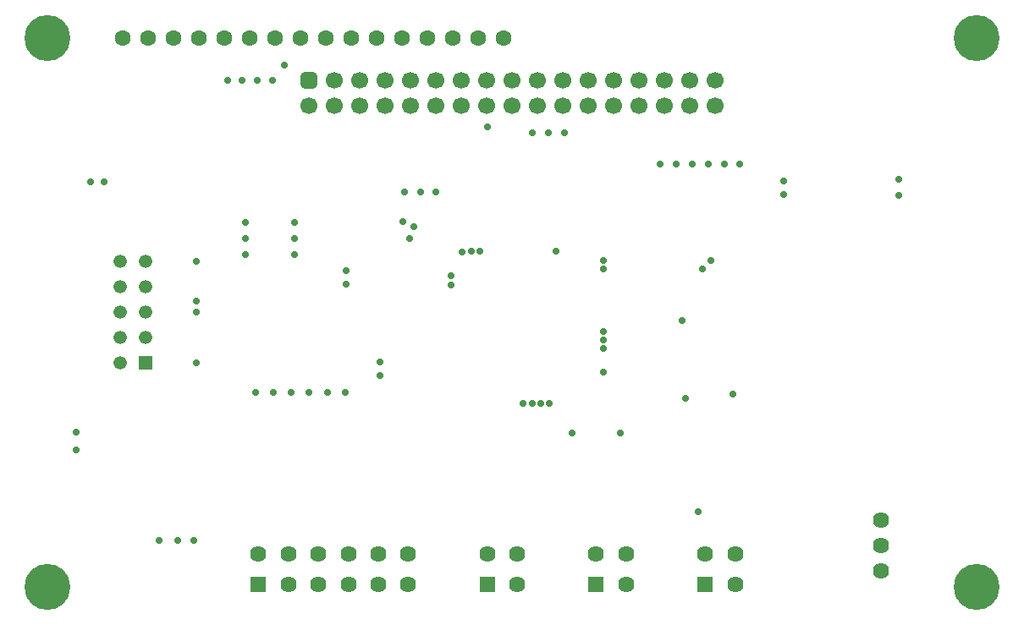
<source format=gbs>
G04*
G04 #@! TF.GenerationSoftware,Altium Limited,Altium Designer,23.8.1 (32)*
G04*
G04 Layer_Color=16711935*
%FSLAX25Y25*%
%MOIN*%
G70*
G04*
G04 #@! TF.SameCoordinates,BF2EEF1A-6A82-4CD2-B880-65E340770DF0*
G04*
G04*
G04 #@! TF.FilePolarity,Negative*
G04*
G01*
G75*
%ADD12C,0.00394*%
%ADD45C,0.18110*%
%ADD46C,0.06693*%
G04:AMPARAMS|DCode=47|XSize=66.93mil|YSize=66.93mil|CornerRadius=17.72mil|HoleSize=0mil|Usage=FLASHONLY|Rotation=0.000|XOffset=0mil|YOffset=0mil|HoleType=Round|Shape=RoundedRectangle|*
%AMROUNDEDRECTD47*
21,1,0.06693,0.03150,0,0,0.0*
21,1,0.03150,0.06693,0,0,0.0*
1,1,0.03543,0.01575,-0.01575*
1,1,0.03543,-0.01575,-0.01575*
1,1,0.03543,-0.01575,0.01575*
1,1,0.03543,0.01575,0.01575*
%
%ADD47ROUNDEDRECTD47*%
%ADD48C,0.14173*%
%ADD49C,0.06299*%
%ADD50C,0.06394*%
%ADD51R,0.06394X0.06394*%
%ADD52C,0.05276*%
%ADD53R,0.05276X0.05276*%
%ADD54C,0.02756*%
D12*
X120472Y65905D02*
D03*
X203150D02*
D03*
X331890D02*
D03*
X296457D02*
D03*
X288976D02*
D03*
X253543D02*
D03*
X246063D02*
D03*
X210630D02*
D03*
D45*
X49213Y265748D02*
D03*
X415354Y49213D02*
D03*
Y265748D02*
D03*
X49213Y49213D02*
D03*
D46*
X252284Y249095D02*
D03*
X242284D02*
D03*
X232283D02*
D03*
X302284Y239094D02*
D03*
X292284D02*
D03*
X282283D02*
D03*
X272284D02*
D03*
X292284Y249095D02*
D03*
X282283D02*
D03*
X272284D02*
D03*
X262283Y239094D02*
D03*
Y249095D02*
D03*
X212283Y239094D02*
D03*
Y249095D02*
D03*
X202284Y239094D02*
D03*
X192283D02*
D03*
X202284Y249095D02*
D03*
X192283D02*
D03*
X182283Y239094D02*
D03*
Y249095D02*
D03*
X172283Y239094D02*
D03*
Y249095D02*
D03*
X162284Y239094D02*
D03*
Y249095D02*
D03*
X222284Y239094D02*
D03*
X232283D02*
D03*
X242284D02*
D03*
X252284D02*
D03*
X152284D02*
D03*
X302284Y249095D02*
D03*
X312283D02*
D03*
Y239094D02*
D03*
X222284Y249095D02*
D03*
D47*
X152284D02*
D03*
D48*
X49213Y265748D02*
D03*
Y49213D02*
D03*
X415354D02*
D03*
Y265748D02*
D03*
D49*
X98740D02*
D03*
X108740D02*
D03*
X118740D02*
D03*
X128740D02*
D03*
X138740D02*
D03*
X148740D02*
D03*
X158740D02*
D03*
X168740D02*
D03*
X178740D02*
D03*
X188740D02*
D03*
X198740D02*
D03*
X208740D02*
D03*
X218740D02*
D03*
X228740D02*
D03*
X78740D02*
D03*
X88740D02*
D03*
D50*
X191339Y50394D02*
D03*
Y62205D02*
D03*
X179528D02*
D03*
Y50394D02*
D03*
X144095D02*
D03*
X155905D02*
D03*
X167717D02*
D03*
X132283Y62205D02*
D03*
X167717D02*
D03*
X155905D02*
D03*
X144095D02*
D03*
X320079D02*
D03*
X308268D02*
D03*
X320079Y50394D02*
D03*
X277165Y62205D02*
D03*
X265354D02*
D03*
X277165Y50394D02*
D03*
X234252Y62205D02*
D03*
X222441D02*
D03*
X234252Y50394D02*
D03*
X377453Y55748D02*
D03*
Y65748D02*
D03*
Y75748D02*
D03*
D51*
X132283Y50394D02*
D03*
X308268D02*
D03*
X265354D02*
D03*
X222441D02*
D03*
D52*
X77953Y147480D02*
D03*
X87953Y167480D02*
D03*
X77953Y177480D02*
D03*
Y137480D02*
D03*
X87953Y147480D02*
D03*
Y157480D02*
D03*
X77953D02*
D03*
Y167480D02*
D03*
X87953Y177480D02*
D03*
D53*
Y137480D02*
D03*
D54*
X222441Y230709D02*
D03*
X249606Y181496D02*
D03*
X252756Y228346D02*
D03*
X246457D02*
D03*
X240158D02*
D03*
X142520Y255118D02*
D03*
X137795Y248819D02*
D03*
X125984D02*
D03*
X120079D02*
D03*
X131890D02*
D03*
X107874Y157480D02*
D03*
Y137480D02*
D03*
Y162098D02*
D03*
Y177480D02*
D03*
X216093Y181545D02*
D03*
X212549Y181447D02*
D03*
X193701Y191339D02*
D03*
X191847Y186646D02*
D03*
X146457Y192913D02*
D03*
X219685Y181496D02*
D03*
X146457Y180315D02*
D03*
Y186614D02*
D03*
X189370Y193307D02*
D03*
X196063Y205118D02*
D03*
X189764D02*
D03*
X202362D02*
D03*
X319291Y125394D02*
D03*
X300394Y123544D02*
D03*
X268189Y178063D02*
D03*
Y174697D02*
D03*
X299213Y154331D02*
D03*
X305709Y79035D02*
D03*
X274803Y109843D02*
D03*
X255906D02*
D03*
X236689Y121575D02*
D03*
X93110Y67716D02*
D03*
X100591D02*
D03*
X106890D02*
D03*
X268189Y133880D02*
D03*
X127165Y180315D02*
D03*
X180315Y132776D02*
D03*
X208189Y168347D02*
D03*
Y171815D02*
D03*
X268189Y143280D02*
D03*
X152362Y125984D02*
D03*
X127165Y192913D02*
D03*
Y186614D02*
D03*
X159449Y125984D02*
D03*
X145276D02*
D03*
X131102D02*
D03*
X166535D02*
D03*
X138189D02*
D03*
X166929Y168504D02*
D03*
Y173819D02*
D03*
X180315Y138091D02*
D03*
X384646Y203543D02*
D03*
Y209842D02*
D03*
X71555Y209055D02*
D03*
X60630Y103150D02*
D03*
X268189Y146646D02*
D03*
X339370Y204035D02*
D03*
X66240Y209055D02*
D03*
X60630Y110236D02*
D03*
X339370Y209350D02*
D03*
X268189Y150008D02*
D03*
X310453Y178063D02*
D03*
X307087Y174697D02*
D03*
X240051Y121575D02*
D03*
X246779D02*
D03*
X243417D02*
D03*
X322047Y215945D02*
D03*
X315748D02*
D03*
X309449D02*
D03*
X303150D02*
D03*
X296850D02*
D03*
X290551D02*
D03*
M02*

</source>
